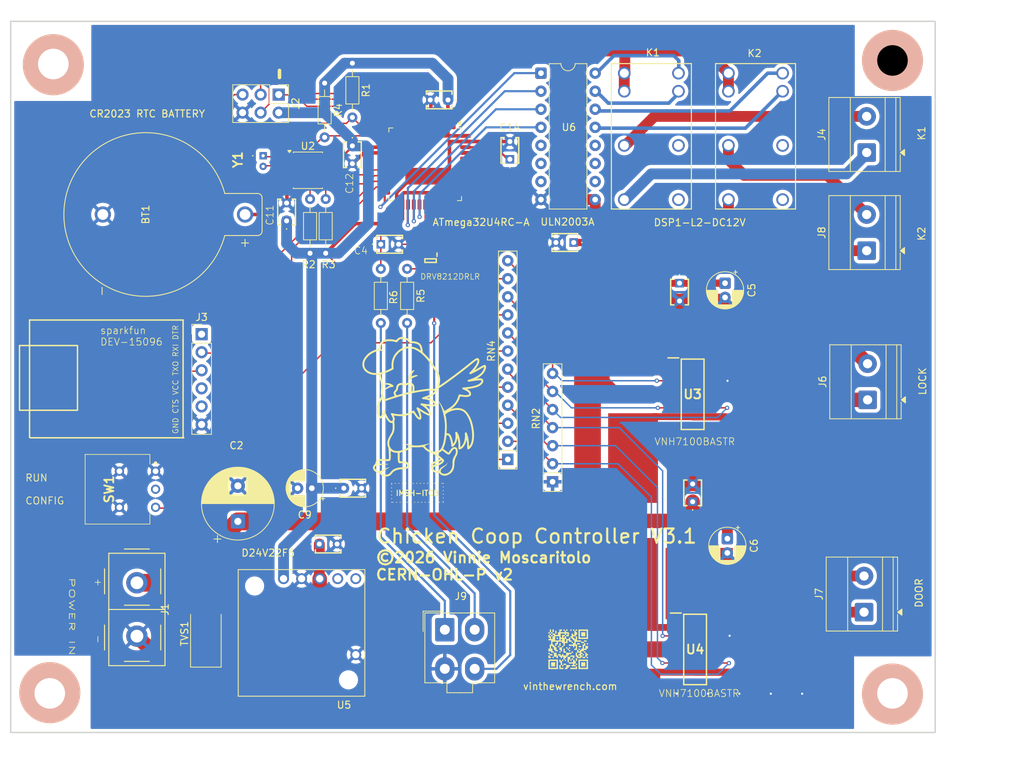
<source format=kicad_pcb>
(kicad_pcb (version 20241229) (generator "pcbnew") (generator_version "9.0")
  (layers (0 "F.Cu" signal) (2 "B.Cu" signal) (13 "F.Paste" user) (15 "B.Paste" user) (5 "F.SilkS" user "F.Silkscreen") (7 "B.SilkS" user "B.Silkscreen") (1 "F.Mask" user) (3 "B.Mask" user) (25 "Edge.Cuts" user))
  (net 0 "")
  (net 1 "Net-(J6-Pin_1)")
  (net 2 "+5V")
  (net 3 "Net-(J4-Pin_1)")
  (net 4 "Net-(IC1-OUT2)")
  (net 5 "Net-(K1-RESET)")
  (net 9 "/LED2")
  (net 10 "/LED1")
  (net 11 "/MOSI")
  (net 12 "/SDA")
  (net 14 "/CONFIG_SW")
  (net 15 "/SCL")
  (net 17 "/MISO")
  (net 19 "/{slash}RESET")
  (net 22 "/SCK")
  (net 24 "/RXD")
  (net 25 "Net-(J4-Pin_2)")
  (net 28 "/RTC_INT")
  (net 31 "/TXD")
  (net 32 "/LOCK_INA")
  (net 33 "/DOOR_INA")
  (net 34 "/LOCK_EN")
  (net 36 "/DOOR_EN")
  (net 37 "/DOOR_INB")
  (net 38 "/DOOR_SW")
  (net 39 "Net-(U2-VBAT)")
  (net 40 "Net-(J8-Pin_1)")
  (net 41 "Net-(J8-Pin_2)")
  (net 42 "GND")
  (net 43 "Net-(U2-OSCO)")
  (net 44 "Net-(U2-OSCI)")
  (net 46 "/LOCK_EXTEND")
  (net 47 "/DOOR_RETRACT")
  (net 48 "/DOOR_EXTEND")
  (net 50 "/LOCK_INB")
  (net 53 "+12V")
  (net 54 "Net-(K1-SET)")
  (net 57 "Net-(K2-RESET)")
  (net 58 "Net-(K2-SET)")
  (net 59 "/K1 SET")
  (net 60 "/K1 RESET")
  (net 61 "/K2 RESET")
  (net 62 "/K2 SET")
  (net 71 "Net-(RN2-R5)")
  (net 72 "Net-(RN2-R2)")
  (net 73 "Net-(RN2-R4)")
  (net 74 "Net-(RN2-R6)")
  (net 75 "Net-(RN2-R3)")
  (net 76 "Net-(RN2-R1)")
  (net 77 "Net-(U1-AREF)")
  (net 78 "Net-(IC1-OUT1)")
  (net 79 "Net-(J9-Pin_2)")
  (net 80 "Net-(J9-Pin_1)")
  (footprint "keystone 1066:BAT_1066" (layer "F.Cu") (at 71.0875 52.6625 90)
    (property "Reference" "BT1")
    (property "Value" "1066")
  )
  (footprint "MountingHole:MountingHole_4.3mm_M4_ISO7380" (layer "F.Cu") (at 176 120)
    (property "Reference" "REF**" (hide yes))
    (property "Value" "MountingHole_4.3mm_M4_ISO7380" (hide yes))
  )
  (footprint "Resistor_THT:R_Axial_DIN0204_L3.6mm_D1.6mm_P7.62mm_Horizontal" (layer "F.Cu") (at 96.15 34.19 -90)
    (property "Reference" "R4")
    (property "Value" "10K")
  )
  (footprint "VNH7100BASTR:SOIC127P600X175-16N" (layer "F.Cu") (at 148.243 113.825)
    (property "Reference" "U4")
    (property "Value" "VNH7100BASTR")
  )
  (footprint "Capacitor_THT:CP_Radial_D5.0mm_P2.00mm" (layer "F.Cu") (at 152.455 62.32 -90)
    (property "Reference" "C5")
    (property "Value" "47uf")
  )
  (footprint "TerminalBlock_Phoenix:TerminalBlock_Phoenix_MKDS-1,5-2-5.08_1x02_P5.08mm_Horizontal" (layer "F.Cu") (at 172.37 43.95 90)
    (property "Reference" "J4")
    (property "Value" "K1")
  )
  (footprint "Resistor_THT:R_Array_SIP7" (layer "F.Cu") (at 128.2 90.25 90)
    (property "Reference" "RN2")
    (property "Value" "100K")
  )
  (footprint "Connector_PinHeader_2.54mm:PinHeader_1x06_P2.54mm_Vertical" (layer "F.Cu") (at 78.85 69.49)
    (property "Reference" "J3")
    (property "Value" "Serial port")
  )
  (footprint "RCER71H104K0DBH03A:RCER71H104K0DBH03A" (layer "F.Cu") (at 131.17 56.6 180)
    (property "Reference" "C1" (hide yes))
    (property "Value" ".1uf" (hide yes))
  )
  (footprint "D24V22F5:MODULE_5V_2.5A_STEP-DOWN_D24V22F5" (layer "F.Cu") (at 92.9 111.5 180)
    (property "Reference" "U5")
    (property "Value" "D24V22F5")
  )
  (footprint "RCER71H104K0DBH03A:RCER71H104K0DBH03A" (layer "F.Cu") (at 98.85 91.15)
    (property "Reference" "C10" (hide yes))
    (property "Value" ".1uf" (hide yes))
  )
  (footprint "RCER71H104K0DBH03A:RCER71H104K0DBH03A" (layer "F.Cu") (at 90.800101 53.549899 90)
    (property "Reference" "C11")
    (property "Value" ".1uf" (hide yes))
  )
  (footprint "Resistor_THT:R_Axial_DIN0204_L3.6mm_D1.6mm_P7.62mm_Horizontal" (layer "F.Cu") (at 96.300101 58.109899 90)
    (property "Reference" "R3")
    (property "Value" "4.7K" (hide yes))
  )
  (footprint "Resistor_THT:R_Array_SIP12" (layer "F.Cu") (at 121.9 87.1 90)
    (property "Reference" "RN4")
    (property "Value" "1K")
  )
  (footprint "Resistor_THT:R_Axial_DIN0204_L3.6mm_D1.6mm_P7.62mm_Horizontal" (layer "F.Cu") (at 104.05 60.3 -90)
    (property "Reference" "R6")
    (property "Value" "220Ω")
  )
  (footprint "Connector_PinHeader_2.54mm:PinHeader_2x03_P2.54mm_Vertical" (layer "F.Cu") (at 89.69 35.8 -90)
    (property "Reference" "J2")
    (property "Value" "AVR-ISP-6")
  )
  (footprint "DSP1-L2-DC12V:DSP1-L2-DC12V" (layer "F.Cu") (at 152.93 32.79)
    (property "Reference" "K2")
    (property "Value" "DSP1-L2-DC12V")
  )
  (footprint "Capacitor_THT:CP_Radial_D10.0mm_P5.00mm" (layer "F.Cu") (at 83.95 95.817677 90)
    (property "Reference" "C2")
    (property "Value" "1000uf" (hide yes))
  )
  (footprint "MountingHole:MountingHole_4.3mm_M4_ISO7380" (layer "F.Cu") (at 176 31)
    (property "Reference" "REF**" (hide yes))
    (property "Value" "MountingHole_4.3mm_M4_ISO7380" (hide yes))
  )
  (footprint "RCER71H104K0DBH03A:RCER71H104K0DBH03A" (layer "F.Cu") (at 146.055 62.32 -90)
    (property "Reference" "C7" (hide yes))
    (property "Value" ".1uf" (hide yes))
  )
  (footprint "MountingHole:MountingHole_4.3mm_M4_ISO7380" (layer "F.Cu") (at 57.5 120)
    (property "Reference" "REF**" (hide yes))
    (property "Value" "MountingHole_4.3mm_M4_ISO7380" (hide yes))
  )
  (footprint "RCER71H104K0DBH03A:RCER71H104K0DBH03A" (layer "F.Cu") (at 100.05 43.0125 -90)
    (property "Reference" "C12")
    (property "Value" ".1uf" (hide yes))
  )
  (footprint "Capacitor_THT:CP_Radial_D5.0mm_P2.00mm" (layer "F.Cu") (at 152.78 98.25 -90)
    (property "Reference" "C6")
    (property "Value" "47uf")
  )
  (footprint "RCER71H104K0DBH03A:RCER71H104K0DBH03A" (layer "F.Cu") (at 104.05 56.85)
    (property "Reference" "C4")
    (property "Value" ".1uf" (hide yes))
  )
  (footprint "Package_SO:SOIC-8_3.9x4.9mm_P1.27mm" (layer "F.Cu") (at 93.800101 46.444899)
    (property "Reference" "U2")
    (property "Value" "PCF8523T")
  )
  (footprint "TerminalBlock_Phoenix:TerminalBlock_Phoenix_MKDS-1,5-2-5.08_1x02_P5.08mm_Horizontal" (layer "F.Cu") (at 172.37 57.75 90)
    (property "Reference" "J8")
    (property "Value" "K2")
  )
  (footprint "RCER71H104K0DBH03A:RCER71H104K0DBH03A" (layer "F.Cu") (at 113.5 36.55 180)
    (property "Reference" "C13" (hide yes))
    (property "Value" ".1uf" (hide yes))
  )
  (footprint "LOGO" (layer "F.Cu") (at 130.4 113.8 180)
    (property "Reference" "G***" (hide yes))
    (property "Value" "LOGO" (hide yes))
  )
  (footprint "VNH7100BASTR:SOIC127P600X175-16N" (layer "F.Cu") (at 147.897 77.945)
    (property "Reference" "U3")
    (property "Value" "VNH7100BASTR")
  )
  (footprint "Resistor_THT:R_Axial_DIN0204_L3.6mm_D1.6mm_P7.62mm_Horizontal" (layer "F.Cu") (at 94.100101 58.109899 90)
    (property "Reference" "R2")
    (property "Value" "4.7k" (hide yes))
  )
  (footprint "DRV8212:SOTFL50P160X60-6N" (layer "F.Cu") (at 111.05 59.15 -90)
    (property "Reference" "IC1" (hide yes))
    (property "Value" "DRV8212DRLR")
  )
  (footprint "Resistor_THT:R_Axial_DIN0204_L3.6mm_D1.6mm_P7.62mm_Horizontal" (layer "F.Cu") (at 100.05 31.39 -90)
    (property "Reference" "R1")
    (property "Value" "10K")
  )
  (footprint "Diode_SMD:D_SMB_Handsoldering" (layer "F.Cu") (at 79.45 111.6 90)
    (property "Reference" "TVS1")
    (property "Value" "P6SMB18A")
  )
  (footprint "RCER71H104K0DBH03A:RCER71H104K0DBH03A" (layer "F.Cu") (at 95.4 99)
    (property "Reference" "C3" (hide yes))
    (property "Value" ".1uf" (hide yes))
  )
  (footprint "AARDVARK:chick" (layer "F.Cu") (at 109.484846 89.366465)
    (property "Reference" "REF**" (hide yes))
    (property "Value" "chick" (hide yes))
  )
  (footprint "TerminalBlock_Phoenix:TerminalBlock_Phoenix_MKDS-1,5-2-5.08_1x02_P5.08mm_Horizontal" (layer "F.Cu") (at 172 108.58 90)
    (property "Reference" "J7")
    (property "Value" "DOOR")
  )
  (footprint "Connector_Molex:Molex_Mini-Fit_Jr_5566-04A_2x02_P4.20mm_Vertical" (layer "F.Cu") (at 113.05 111.05)
    (property "Reference" "J9")
    (property "Value" "Mini‑Fit Jr")
  )
  (footprint "Package_QFP:TQFP-44_10x10mm_P0.8mm" (layer "F.Cu") (at 110.2875 45.6 -90)
    (property "Reference" "U1" (hide yes))
    (property "Value" "ATmega32U4RC-A")
  )
  (footprint "powerpole:powerpole" (layer "F.Cu") (at 69.75 108.2 -90)
    (property "Reference" "J1")
    (property "Value" "Power Pole" (hide yes))
  )
  (footprint "TerminalBlock_Phoenix:TerminalBlock_Phoenix_MKDS-1,5-2-5.08_1x02_P5.08mm_Horizontal" (layer "F.Cu") (at 172.5 78.725 90)
    (property "Reference" "J6")
    (property "Value" "LOCK")
  )
  (footprint "AS11CH SLIDE SW:AS11CH" (layer "F.Cu") (at 72.375 88.76 -90)
    (property "Reference" "SW1")
    (property "Value" "SW_SPST" (hide yes))
  )
  (footprint "MountingHole:MountingHole_4.3mm_M4_ISO7380" (layer "F.Cu") (at 58 31.5)
    (property "Reference" "REF**" (hide yes))
    (property "Value" "MountingHole_4.3mm_M4_ISO7380" (hide yes))
  )
  (footprint "AB26T-32.768KHZ:AB26T32768KHZ" (layer "F.Cu") (at 87.500101 44.399899 -90)
    (property "Reference" "Y1")
    (property "Value" "AB26T-32.768KHZ" (hide yes))
  )
  (footprint "RCER71H104K0DBH03A:RCER71H104K0DBH03A" (layer "F.Cu") (at 147.9 93.05 90)
    (property "Reference" "C8" (hide yes))
    (property "Value" ".1uf" (hide yes))
  )
  (footprint "RCER71H104K0DBH03A:RCER71H104K0DBH03A" (layer "F.Cu") (at 122.2 44.9 90)
    (property "Reference" "C14")
    (property "Value" ".1uf" (hide yes))
  )
  (footprint "Package_DIP:DIP-16_W7.62mm" (layer "F.Cu") (at 126.5696 32.7856)
    (property "Reference" "U6")
    (property "Value" "ULN2003A")
  )
  (footprint "Resistor_THT:R_Axial_DIN0204_L3.6mm_D1.6mm_P7.62mm_Horizontal" (layer "F.Cu") (at 107.75 60.3 -90)
    (property "Reference" "R5")
    (property "Value" "240Ω")
  )
  (footprint "DSP1-L2-DC12V:DSP1-L2-DC12V" (layer "F.Cu") (at 138.2839 32.79)
    (property "Reference" "K1")
    (property "Value" "DSP1-L2-DC12V")
  )
  (footprint "Capacitor_THT:CP_Radial_D5.0mm_P2.00mm" (layer "F.Cu") (at 94.35 91.15 180)
    (property "Reference" "C9")
    (property "Value" "47uf")
  )
  (gr_rect (start 144.5 82.15) (end 151.3 91.45) (stroke (width 0.2)) (fill yes) (layer "F.Cu") (net 42))
  (gr_rect (start 142.145 110.35) (end 144.46 111.11) (stroke (width 0.2)) (fill yes) (layer "F.Cu") (net 48))
  (gr_rect (start 154.6125 73.13) (end 156.05 75.17) (stroke (width 0.2)) (fill yes) (layer "F.Cu") (net 46))
  (gr_rect (start 134.84 116.64) (end 143.245 122.1875) (stroke (width 0.2)) (fill yes) (layer "F.Cu") (net 47))
  (gr_rect (start 136.11 112.785) (end 149.5175 114.84) (stroke (width 0.2)) (fill yes) (layer "F.Cu") (net 53))
  (gr_rect (start 144.65 74.4) (end 155.975 75.17) (stroke (width 0.2)) (fill yes) (layer "F.Cu") (net 46))
  (gr_rect (start 136.115 80.71) (end 142.92 93.115) (stroke (width 0.2)) (fill yes) (layer "F.Cu") (net 1))
  (gr_rect (start 144.2 99.65) (end 153.45 109.5) (stroke (width 0.2)) (fill yes) (layer "F.Cu") (net 42))
  (gr_rect (start 144.135 74.41) (end 152.095 75.18) (stroke (width 0.2)) (fill yes) (layer "F.Cu") (net 46))
  (gr_rect (start 142.315 80.71) (end 144.63 81.47) (stroke (width 0.2)) (fill yes) (layer "F.Cu") (net 1))
  (gr_rect (start 156.8375 74.97) (end 163.7825 81.52) (stroke (width 0.2)) (fill yes) (layer "F.Cu") (net 1))
  (gr_poly (pts (xy 136.1375 61.92) (xy 131.375 61.875) (xy 131.35 78.825) (xy 136.1275 78.91)) (stroke (width 0.2)) (fill yes) (layer "F.Cu") (net 53))
  (gr_rect (start 142.64 116.64) (end 144.955 117.4) (stroke (width 0.2)) (fill yes) (layer "F.Cu") (net 47))
  (gr_rect (start 148.88 114.20875) (end 151.68 114.84) (stroke (width 0.2)) (fill yes) (layer "F.Cu") (net 53))
  (gr_rect (start 144.955 116.64) (end 152.915 117.41) (stroke (width 0.2)) (fill yes) (layer "F.Cu") (net 47))
  (gr_rect (start 148.555 78.27875) (end 151.355 78.91) (stroke (width 0.2)) (fill yes) (layer "F.Cu") (net 53))
  (gr_rect (start 136.1275 77.017011) (end 149.085 78.91) (stroke (width 0.2)) (fill yes) (layer "F.Cu") (net 53))
  (gr_rect (start 155.07 109.28) (end 156.5 111.11) (stroke (width 0.2)) (fill yes) (layer "F.Cu") (net 48))
  (gr_rect (start 154.62 63.57) (end 163.305 73.13) (stroke (width 0.2)) (fill yes) (layer "F.Cu") (net 46))
  (gr_rect (start 144.46 110.34) (end 155.785 111.11) (stroke (width 0.2)) (fill yes) (layer "F.Cu") (net 48))
  (gr_poly (pts (xy 135.445 75.13) (xy 138.445 78.13) (xy 135.9825 78.13) (xy 135.785 77.9325) (xy 135.785 75.15) (xy 135.765 75.13)) (stroke (width 0.2)) (fill yes) (layer "F.Cu") (net 53))
  (gr_rect (start 147.8125 80.73) (end 163.7825 81.52) (stroke (width 0.2)) (fill yes) (layer "F.Cu") (net 1))
  (gr_rect (start 155.07 99.72) (end 163.755 109.28) (stroke (width 0.2)) (fill yes) (layer "F.Cu") (net 48))
  (gr_rect (start 137.21 98.25) (end 142.82 111.11) (stroke (width 0.2)) (fill yes) (layer "F.Cu") (net 48))
  (gr_rect (start 144.63 80.71) (end 152.59 81.48) (stroke (width 0.2)) (fill yes) (layer "F.Cu") (net 1))
  (gr_rect (start 148.1925 116.63) (end 164.2325 117.41) (stroke (width 0.2)) (fill yes) (layer "F.Cu") (net 47))
  (gr_rect (start 107.85 46.2) (end 113.7 48.25) (stroke (width 0.2)) (fill yes) (layer "F.Cu") (net 42))
  (gr_rect (start 137.935 65.22) (end 142.495 75.18) (stroke (width 0.2)) (fill yes) (layer "F.Cu") (net 46))
  (gr_rect (start 157.3275 111.005) (end 164.2725 117.405) (stroke (width 0.2)) (fill yes) (layer "F.Cu") (net 47))
  (gr_rect (start 143.6 63.9) (end 153.05 73.55) (stroke (width 0.2)) (fill yes) (layer "F.Cu") (net 42))
  (gr_rect (start 144.85 118.25) (end 164.35 122.25) (stroke (width 0.2)) (fill yes) (layer "F.Cu") (net 42))
  (gr_rect (start 141.82 74.42) (end 144.135 75.18) (stroke (width 0.2)) (fill yes) (layer "F.Cu") (net 46))
  (gr_poly (pts (xy 136.2 96.7) (xy 131.4 96.55) (xy 131.39388 97.77) (xy 131.3 114.9) (xy 136.11 114.84)) (stroke (width 0.2)) (fill yes) (layer "F.Cu") (net 53))
  (gr_circle (center 57.5 119.9) (end 61.7 119.9) (stroke (width 0.2)) (fill yes) (layer "F.SilkS"))
  (gr_line (start 54.655 67.5) (end 76.245 67.5) (stroke (width 0.2032)) (layer "F.SilkS"))
  (gr_line (start 89.8 32.4) (end 89.8 33.4) (stroke (width 0.5)) (layer "F.SilkS"))
  (gr_circle (center 176 120.1) (end 180.2 120.1) (stroke (width 0.2)) (fill yes) (layer "F.SilkS"))
  (gr_line (start 76.3401 84.062) (end 54.7501 84.062) (stroke (width 0.2032)) (layer "F.SilkS"))
  (gr_line (start 76.245 67.5) (end 76.245 84.01) (stroke (width 0.2032)) (layer "F.SilkS"))
  (gr_circle (center 58 31.6) (end 62.2 31.6) (stroke (width 0.2)) (fill yes) (layer "F.SilkS"))
  (gr_line (start 54.655 84.01) (end 54.655 67.5) (stroke (width 0.2032)) (layer "F.SilkS"))
  (gr_circle (center 176 31) (end 180.2 31) (stroke (width 0.2)) (fill yes) (layer "F.SilkS"))
  (gr_rect (start 53.244 71.089) (end 61.394 80.189) (stroke (width 0.2)) (fill no) (layer "F.SilkS"))
  (gr_circle (center 176 31) (end 180.2 31) (stroke (width 0.2)) (fill yes) (layer "B.SilkS"))
  (gr_circle (center 58 31.6) (end 62.2 31.6) (stroke (width 0.2)) (fill yes) (layer "B.SilkS"))
  (gr_circle (center 57.5 119.9) (end 61.7 119.9) (stroke (width 0.2)) (fill yes) (layer "B.SilkS"))
  (gr_circle (center 176 120.1) (end 180.2 120.1) (stroke (width 0.2)) (fill yes) (layer "B.SilkS"))
  (gr_rect (start 52 25.5) (end 182 125.5) (stroke (width 0.2)) (fill no) (layer "Edge.Cuts"))
  (gr_text "sparkfun\nDEV-15096 " (at 64.5401 71.162 0) (layer "F.SilkS") (effects (font (size 1 1) (thickness 0.1)) (justify left bottom)))
  (gr_text "vinthewrench.com" (at 137.4 119.6 0) (layer "F.SilkS") (effects (font (size 1 1)) (justify right bottom)))
  (gr_text "POWER IN" (at 60.15 103.6 270) (layer "F.SilkS") (effects (font (size 0.7634 1.5) (thickness 0.1016)) (justify left bottom)))
  (gr_text "RUN\n\nCONFIG" (at 54 93.5 0) (layer "F.SilkS") (effects (font (size 1 1) (thickness 0.125)) (justify left bottom)))
  (gr_text "GND CTS VCC TXO RXI DTR" (at 75.6301 75.862 90) (layer "F.SilkS") (effects (font (size 0.75 0.75) (thickness 0.09)) (justify bottom)))
  (gr_text "Chicken Coop Controller V3.1" (at 148.652385 99.07 0) (layer "F.SilkS") (effects (font (size 2 2) (thickness 0.3) (bold yes)) (justify right bottom)))
  (gr_text "©2026 Vinnie Moscaritolo\nCERN-OHL-P v2\n" (at 103.2 104.2 0) (layer "F.SilkS") (effects (font (size 1.5 1.5) (thickness 0.3) (bold yes)) (justify left bottom)))
  (gr_text_box "IMSH-ITCB " (start 105.572851 90.46889) (end 112.82715 93.13111) (margins 1.0025 1.0025 1.0025 1.0025) (layer "F.SilkS") (effects (font (size 0.746 0.746) (thickness 0.15) (bold yes)) (justify top)) (border yes) (stroke (width 0.12) (type dot)))
  (segment (start 172.5 78.725) (end 160.79 78.725) (width 2.032) (layer "F.Cu") (net 1))
  (segment (start 160.79 78.725) (end 160.31 78.245) (width 2.032) (layer "F.Cu") (net 1))
  (segment (start 104.7 61.85) (end 100.040202 61.85) (width 0.2) (layer "F.Cu") (net 2))
  (segment (start 107.0875 53.3) (end 106.4375 53.95) (width 0.5) (layer "F.Cu") (net 2))
  (segment (start 113.4875 41.5875) (end 113.5 41.6) (width 0.5) (layer "F.Cu") (net 2))
  (segment (start 111.85 41.6) (end 110.25 43.2) (width 0.5) (layer "F.Cu") (net 2))
  (segment (start 100.040202 61.85) (end 96.300101 58.109899) (width 0.2) (layer "F.Cu") (net 2))
  (segment (start 107.0875 49.8125) (end 107.0875 51.2625) (width 0.5) (layer "F.Cu") (net 2))
  (segment (start 106.4375 53.95) (end 100.5 53.95) (width 0.5) (layer "F.Cu") (net 2))
  (segment (start 114.1 41.6) (end 115.95 41.6) (width 0.5) (layer "F.Cu") (net 2))
  (segment (start 111.05 59.4) (end 110.65 59) (width 0.2) (layer "F.Cu") (net 2))
  (segment (start 100.1375 43.0125) (end 100.325 43.2) (width 0.5) (layer "F.Cu") (net 2))
  (segment (start 114.1 41.6) (end 111.85 41.6) (width 0.5) (layer "F.Cu") (net 2))
  (segment (start 113.4875 39.9375) (end 113.4875 41.5875) (width 0.5) (layer "F.Cu") (net 2))
  (segment (start 106.05 60.5) (end 104.7 61.85) (width 0.2) (layer "F.Cu") (net 2))
  (segment (start 107.3 49.6) (end 107.0875 49.8125) (width 0.5) (layer "F.Cu") (net 2))
  (segment (start 113.4875 36.5625) (end 113.5 36.55) (width 0.5) (layer "F.Cu") (net 2))
  (segment (start 106.05 59) (end 106.05 60.5) (width 0.2) (layer "F.Cu") (net 2))
  (segment (start 110.25 43.2) (end 104.625 43.2) (width 0.5) (layer "F.Cu") (net 2))
  (segment (start 98.610101 44.539899) (end 100.1375 43.0125) (width 0.3) (layer "F.Cu") (net 2))
  (segment (start 100.41 54) (end 96.300101 58.109899) (width 0.5) (layer "F.Cu") (net 2))
  (segment (start 100.45 54) (end 100.41 54) (width 0.5) (layer "F.Cu") (net 2))
  (segment (start 96.275101 44.539899) (end 98.610101 44.539899) (width 0.3) (layer "F.Cu") (net 2))
  (segment (start 100.5 53.95) (end 100.45 54) (width 0.5) (layer "F.Cu") (net 2))
  (segment (start 107.0875 51.2625) (end 107.0875 53.3) (width 0.5) (layer "F.Cu") (net 2))
  (segment (start 113.4875 39.9375) (end 113.4875 36.5625) (width 0.5) (layer "F.Cu") (net 2))
  (segment (start 100.325 43.2) (end 104.625 43.2) (width 0.5) (layer "F.Cu") (net 2))
  (segment (start 110.65 59) (end 106.05 59) (width 0.2) (layer "F.Cu") (net 2))
  (segment (start 113.5 41.6) (end 114.1 41.6) (width 0.5) (layer "F.Cu") (net 2))
  (segment (start 111.05 59.988) (end 111.05 59.4) (width 0.2) (layer "F.Cu") (net 2))
  (segment (start 115.95 49.6) (end 107.3 49.6) (width 0.5) (layer "F.Cu") (net 2))
  (segment (start 92.159899 58.109899) (end 90.800101 56.750101) (width 1.524) (layer "B.Cu") (net 2))
  (segment (start 94.35 91.15) (end 94.35 58.359798) (width 1.524) (layer "B.Cu") (net 2))
  (segment (start 98.1 58.109899) (end 92.159899 58.109899) (width 1.524) (layer "B.Cu") (net 2))
  (segment (start 96.15 34.19) (end 96.15 38.35) (width 1.524) (layer "B.Cu") (net 2))
  (segment (start 101.9125 43.0125) (end 100.05 43.0125) (width 1.524) (layer "B.Cu") (net 2))
  (segment (start 100.05 31.39) (end 98.95 31.39) (width 1.524) (layer "B.Cu") (net 2))
  (segment (start 102.3 43.4) (end 101.9125 43.0125) (width 1.524) (layer "B.Cu") (net 2))
  (segment (start 113.5 33.6) (end 113.5 36.55) (width 1.524) (layer "B.Cu") (net 2))
  (segment (start 90.37 99.43) (end 90.37 103.87) (width 1.524) (layer "B.Cu") (net 2))
  (segment (start 94.35 95.45) (end 90.37 99.43) (width 1.524) (layer "B.Cu") (net 2))
  (segment (start 111.29 31.39) (end 113.5 33.6) (width 1.524) (layer "B.Cu") (net 2))
  (segment (start 98.95 31.39) (end 96.15 34.19) (width 1.524) (layer "B.Cu") (net 2))
  (segment (start 100.05 31.39) (end 111.29 31.39) (width 1.524) (layer "B.Cu") (net 2))
  (segment (start 94.35 58.359798) (end 94.100101 58.109899) (width 1.524) (layer "B.Cu") (net 2))
  (segment (start 94.35 91.15) (end 94.35 95.45) (width 1.524) (layer "B.Cu") (net 2))
  (segment (start 100.05 43.0125) (end 100.05 42.25) (width 1.524) (layer "B.Cu") (net 2))
  (segment (start 94.35 91.15) (end 98.85 91.15) (width 1.524) (layer "B.Cu") (net 2))
  (segment (start 100.05 42.25) (end 96.15 38.35) (width 1.524) (layer "B.Cu") (net 2))
  (segment (start 90.800101 56.750101) (end 90.800101 53.549899) (width 1.524) (layer "B.Cu") (net 2))
  (segment (start 89.7 38.35) (end 95.9 38.35) (width 1.524) (layer "B.Cu") (net 2))
  (segment (start 102.3 43.4) (end 102.3 53.909899) (width 1.524) (layer "B.Cu") (net 2))
  (segment (start 102.3 53.909899) (end 98.1 58.109899) (width 1.524) (layer "B.Cu") (net 2))
  (segment (start 169.55 46.95) (end 172.5 44) (width 1.524) (layer "B.Cu") (net 3))
  (segment (start 142.0839 46.95) (end 169.55 46.95) (width 1.524) (layer "B.Cu") (net 3))
  (segment (start 138.2839 50.57) (end 138.4639 50.57) (width 1.524) (layer "B.Cu") (net 3))
  (segment (start 138.4639 50.57) (end 142.0839 46.95) (width 1.524) (layer "B.Cu") (net 3))
  (segment (start 107.95 60.3) (end 110.238 60.3) (width 0.2) (layer "F.Cu") (net 4))
  (segment (start 110.238 60.3) (end 110.55 59.988) (width 0.2) (layer "F.Cu") (net 4))
  (segment (start 134.3557 35.3256) (end 136.0301 37) (width 0.5) (layer "B.Cu") (net 5))
  (segment (start 134.1896 35.3256) (end 134.3557 35.3256) (width 0.5) (layer "B.Cu") (net 5))
  (segment (start 136.0301 37) (end 144.55 37) (width 0.5) (layer "B.Cu") (net 5))
  (segment (start 144.55 37) (end 146.145 35.405) (width 0.5) (layer "B.Cu") (net 5))
  (segment (start 111.8875 57.9745) (end 111.55 58.312) (width 0.2) (layer "F.Cu") (net 9))
  (segment (start 111.8875 51.2625) (end 111.8875 57.9745) (width 0.2) (layer "F.Cu") (net 9))
  (segment (start 111.05 51.3) (end 111.0875 51.2625) (width 0.2) (layer "F.Cu") (net 10))
  (segment (start 111.05 58.312) (end 111.05 51.3) (width 0.2) (layer "F.Cu") (net 10))
  (segment (start 107.0875 36.7875) (end 106.75 36.45) (width 0.2) (layer "F.Cu") (net 11))
  (segment (start 93.95 36.45) (end 91.64 34.14) (width 0.2) (layer "F.Cu") (net 11))
  (segment (start 88.37 37.12) (end 87.15 38.34) (width 0.2) (layer "F.Cu") (net 11))
  (segment (start 88.37 34.14) (end 88.37 37.12) (width 0.2) (layer "F.Cu") (net 11))
  (segment (start 107.0875 39.9375) (end 107.0875 36.7875) (width 0.2) (layer "F.Cu") (net 11))
  (segment (start 106.75 36.45) (end 93.95 36.45) (width 0.2) (layer "F.Cu") (net 11))
  (segment (start 91.64 34.14) (end 88.37 34.14) (width 0.2) (layer "F.Cu") (net 11))
  (segment (start 96.300101 50.489899) (end 96.300101 48.374899) (width 0.2) (layer "F.Cu") (net 12))
  (segment (start 103.15 47.2) (end 104.625 47.2) (width 0.2) (layer "F.Cu") (net 12))
  (segment (start 104.625 47.2) (end 104.475 47.2) (width 0.2) (layer "F.Cu") (net 12))
  (segment (start 104.475 47.2) (end 104.4625 47.2125) (width 0.2) (layer "F.Cu") (net 12))
  (segment (start 104.5075 47.3175) (end 104.625 47.2) (width 0.2) (layer "F.Cu") (net 12))
  (segment (start 102.000101 48.349899) (end 103.15 47.2) (width 0.2) (layer "F.Cu") (net 12))
  (segment (start 96.300101 48.374899) (end 96.275101 48.349899) (width 0.2) (layer "F.Cu") (net 12))
  (segment (start 96.275101 48.349899) (end 102.000101 48.349899) (width 0.2) (layer "F.Cu") (net 12))
  (segment (start 72.375 93.84) (end 72.485 93.95) (width 0.2) (layer "F.Cu") (net 14))
  (segment (start 72.485 93.95) (end 74.1 93.95) (width 0.2) (layer "F.Cu") (net 14))
  (segment (start 111.1 70.7) (end 112.6875 69.1125) (width 0.2) (layer "F.Cu") (net 14))
  (segment (start 112.6875 69.1125) (end 112.6875 51.2625) (width 0.2) (layer "F.Cu") (net 14))
  (segment (start 74.1 93.95) (end 97.35 70.7) (width 0.2) (layer "F.Cu") (net 14))
  (segment (start 97.35 70.7) (end 111.1 70.7) (width 0.2) (layer "F.Cu") (net 14))
  (segment (start 104.625 46.4) (end 102.6 46.4) (width 0.2) (layer "F.Cu") (net 15))
  (segment (start 101.920101 47.079899) (end 96.275101 47.079899) (width 0.2) (layer "F.Cu") (net 15))
  (segment (start 102.6 46.4) (end 101.920101 47.079899) (width 0.2) (layer "F.Cu") (net 15))
  (segment (start 94.100101 48.099899) (end 95.120101 47.079899) (width 0.2) (layer "F.Cu") (net 15))
  (segment (start 94.100101 50.489899) (end 94.100101 48.099899) (width 0.2) (layer "F.Cu") (net 15))
  (segment (start 95.120101 47.079899) (end 96.275101 47.079899) (width 0.2) (layer "F.Cu") (net 15))
  (segment (start 106.2875 37.9875) (end 105.75 37.45) (width 0.2) (layer "F.Cu") (net 17))
  (segment (start 105.75 37.45) (end 93.65 37.45) (width 0.2) (layer "F.Cu") (net 17))
  (segment (start 106.2875 39.9375) (end 106.2875 37.9875) (width 0.2) (layer "F.Cu") (net 17))
  (segment (start 93.65 37.45) (end 92.04 35.84) (width 0.2) (layer "F.Cu") (net 17))
  (segment (start 92.04 35.84) (end 90.21 35.84) (width 0.2) (layer "F.Cu") (net 17))
  (segment (start 90.21 35.84) (end 89.7 36.35) (width 0.2) (layer "F.Cu") (net 17))
  (segment (start 100.05 39.01) (end 99.21 39.85) (width 0.2) (layer "F.Cu") (net 19))
  (segment (start 99.21 39.85) (end 83.53 39.85) (width 0.2) (layer "F.Cu") (net 19))
  (segment (start 82.53 38.85) (end 82.53 36.74) (width 0.2) (layer "F.Cu") (net 19))
  (segment (start 105.7 42.4) (end 105.75 42.35) (width 0.2) (layer "F.Cu") (net 19))
  (segment (start 101.89 40.85) (end 100.05 39.01) (width 0.2) (layer "F.Cu") (net 19))
  (segment (start 105.75 42.35) (end 105.75 41.2) (width 0.2) (layer "F.Cu") (net 19))
  (segment (start 83.53 39.85) (end 82.53 38.85) (width 0.2) (layer "F.Cu") (net 19))
  (segment (start 105.75 41.2) (end 105.4 40.85) (width 0.2) (layer "F.Cu") (net 19))
  (segment (start 105.4 40.85) (end 101.89 40.85) (width 0.2) (layer "F.Cu") (net 19))
  (segment (start 104.625 42.4) (end 105.7 42.4) (width 0.2) (layer "F.Cu") (net 19))
  (segment (start 83.47 35.8) (end 84.61 35.8) (width 0.2) (layer "F.Cu") (net 19))
  (segment (start 82.53 36.74) (end 83.47 35.8) (width 0.2) (layer "F.Cu") (net 19))
  (segment (start 91.65 33.35) (end 87.79 33.35) (width 0.2) (layer "F.Cu") (net 22))
  (segment (start 93.95 35.65) (end 91.65 33.35) (width 0.2) (layer "F.Cu") (net 22))
  (segment (start 107.8875 39.9375) (end 107.8875 36.0875) (width 0.2) (layer "F.Cu") (net 22))
  (segment (start 87.79 33.35) (end 87.15 33.99) (width 0.2) (layer "F.Cu") (net 22))
  (segment (start 107.45 35.65) (end 93.95 35.65) (width 0.2) (layer "F.Cu") (net 22))
  (segment (start 87.15 33.99) (end 87.15 35.8) (width 0.2) (layer "F.Cu") (net 22))
  (segment (start 107.8875 36.0875) (end 107.45 35.65) (width 0.2) (layer "F.Cu") (net 22))
  (segment (start 98.8 52.3) (end 95.75 52.3) (width 0.2) (layer "F.Cu") (net 24))
  (segment (start 76.65 68.9) (end 76.65 74) (width 0.2) (layer "F.Cu") (net 24))
  (segment (start 76.65 74) (end 77.343 74.693) (width 0.2) (layer "F.Cu") (net 24))
  (segment (start 77.343 74.693) (end 79.1299 74.693) (width 0.2) (layer "F.Cu") (net 24))
  (segment (start 95.75 52.3) (end 80.35 67.7) (width 0.2) (layer "F.Cu") (net 24))
  (segment (start 104.625 48) (end 103.1 48) (width 0.2) (layer "F.Cu") (net 24))
  (segment (start 77.85 67.7) (end 76.65 68.9) (width 0.2) (layer "F.Cu") (net 24))
  (segment (start 80.35 67.7) (end 77.85 67.7) (width 0.2) (layer "F.Cu") (net 24))
  (segment (start 103.1 48) (end 98.8 52.3) (width 0.2) (layer "F.Cu") (net 24))
  (segment (start 138.6625 42.72) (end 142.5125 38.87) (width 1.524) (layer "F.Cu") (net 25))
  (segment (start 142.5125 38.87) (end 172.37 38.87) (width 1.524) (layer "F.Cu") (net 25))
  (segment (start 94.450101 43.199899) (end 96.05 41.6) (width 0.2) (layer "F.Cu") (net 28))
  (segment (start 96.05 41.6) (end 104.625 41.6) (width 0.2) (layer "F.Cu") (net 28))
  (segment (start 96.275101 45.809899) (end 94.490101 45.809899) (width 0.2) (layer "F.Cu") (net 28))
  (segment (start 94.450101 45.769899) (end 94.450101 43.199899) (width 0.2) (layer "F.Cu") (net 28))
  (segment (start 94.490101 45.809899) (end 94.450101 45.769899) (width 0.2) (layer "F.Cu") (net 28))
  (segment (start 99.4 52.7849) (end 99.4 52.8) (width 0.2) (layer "F.Cu") (net 31))
  (segment (start 79.1299 72.153) (end 80.397 72.153) (width 0.2) (layer "F.Cu") (net 31))
  (segment (start 99.3349 52.85) (end 99.4 52.7849) (width 0.2) (layer "F.Cu") (net 31))
  (segment (start 103.4 48.8) (end 104.625 48.8) (width 0.2) (layer "F.Cu") (net 31))
  (segment (start 91.5 57.6) (end 96.25 52.85) (width 0.2) (layer "F.Cu") (net 31))
  (segment (start 99.4 52.8) (end 103.4 48.8) (width 0.2) (layer "F.Cu") (net 31))
  (segment (start 91.5 61.05) (end 91.5 57.6) (width 0.2) (layer "F.Cu") (net 31))
  (segment (start 96.25 52.85) (end 99.3349 52.85) (width 0.2) (layer "F.Cu") (net 31))
  (segment (start 80.397 72.153) (end 91.5 61.05) (width 0.2) (layer "F.Cu") (net 31))
  (segment (start 120.2 46.4) (end 117.8 44) (width 0.2) (layer "F.Cu") (net 32))
  (segment (start 120.64 61.7) (end 120.3 61.36) (width 0.2) (layer "F.Cu") (net 32))
  (segment (start 121.9 61.7) (end 120.64 61.7) (width 0.2) (layer "F.Cu") (net 32))
  (segment (start 120.64 61.7) (end 120.2 61.26) (width 0.2) (layer "F.Cu") (net 32))
  (segment (start 120.2 61.26) (end 120.2 46.4) (width 0.2) (layer "F.Cu") (net 32))
  (segment (start 117.8 44) (end 115.95 44) (width 0.2) (layer "F.Cu") (net 32))
  (segment (start 119.08 76.94) (end 121.9 76.94) (width 0.2) (layer "F.Cu") (net 33))
  (segment (start 118.6 76.46) (end 119.08 76.94) (width 0.2) (layer "F.Cu") (net 33))
  (segment (start 115.95 46.4) (end 117.3 46.4) (width 0.2) (layer "F.Cu") (net 33))
  (segment (start 118.6 47.7) (end 118.6 76.46) (width 0.2) (layer "F.Cu") (net 33))
  (segment (start 117.3 46.4) (end 118.6 47.7) (width 0.2) (layer "F.Cu") (net 33))
  (segment (start 115.95 45.6) (end 117.5 45.6) (width 0.2) (layer "F.Cu") (net 34))
  (segment (start 120.3 71.86) (end 121.9 71.86) (width 0.2) (layer "F.Cu") (net 34))
  (segment (start 117.5 45.6) (end 119.1 47.2) (width 0.2) (layer "F.Cu") (net 34))
  (segment (start 119.1 47.2) (end 119.1 70.66) (width 0.2) (layer "F.Cu") (net 34))
  (segment (start 119.1 70.66) (end 120.3 71.86) (width 0.2) (layer "F.Cu") (net 34))
  (segment (start 117.2 48) (end 117.6 48.4) (width 0.2) (layer "F.Cu") (net 36))
  (segment (start 118.14 87.1) (end 121.9 87.1) (width 0.2) (layer "F.Cu") (net 36))
  (segment (start 117.6 48.4) (end 117.6 86.56) (width 0.2) (layer "F.Cu") (net 36))
  (segment (start 117.6 86.56) (end 118.14 87.1) (width 0.2) (layer "F.Cu") (net 36))
  (segment (start 117.7 86.66) (end 118.14 87.1) (width 0.2) (layer "F.Cu") (net 36))
  (segment (start 115.95 48) (end 117.2 48) (width 0.2) (layer "F.Cu") (net 36))
  (segment (start 121.9 82.02) (end 118.66 82.02) (width 0.2) (layer "F.Cu") (net 37))
  (segment (start 118.1 81.46) (end 118.1 48.1) (width 0.2) (layer "F.Cu") (net 37))
  (segment (start 117.2 47.2) (end 115.95 47.2) (width 0.2) (layer "F.Cu") (net 37))
  (segment (start 118.1 48.1) (end 117.2 47.2) (width 0.2) (layer "F.Cu") (net 37))
  (segment (start 118.1 81.46) (end 118.66 82.02) (width 0.2) (layer "F.Cu") (net 37))
  (segment (start 104.25 55.25) (end 109.6 55.25) (width 0.2) (layer "F.Cu") (net 38))
  (segment (start 104.05 60.39) (end 104.05 56.85) (width 0.2) (layer "F.Cu") (net 38))
  (segment (start 104.05 56.85) (end 104.05 55.45) (width 0.2) (layer "F.Cu") (net 38))
  (segment (start 110.2875 54.5625) (end 110.2875 51.2625) (width 0.2) (layer "F.Cu") (net 38))
  (segment (start 104.05 55.45) (end 104.25 55.25) (width 0.2) (layer "F.Cu") (net 38))
  (segment (start 109.6 55.25) (end 110.2875 54.5625) (width 0.2) (layer "F.Cu") (net 38))
  (segment (start 89.3 47.1) (end 91.305 47.1) (width 0.5) (layer "F.Cu") (net 39))
  (segment (start 84.9575 52.6625) (end 86.8875 52.6625) (width 0.5) (layer "F.Cu") (net 39))
  (segment (start 87.85 48.55) (end 89.3 47.1) (width 0.5) (layer "F.Cu") (net 39))
  (segment (start 87.85 51.7) (end 87.85 48.55) (width 0.5) (layer "F.Cu") (net 39))
  (segment (start 86.8875 52.6625) (end 87.85 51.7) (width 0.5) (layer "F.Cu") (net 39))
  (segment (start 91.305 47.1) (end 91.325101 47.079899) (width 0.5) (layer "F.Cu") (net 39))
  (segment (start 152.93 52.5575) (end 158.1225 57.75) (width 1.524) (layer "F.Cu") (net 40))
  (segment (start 152.93 50.57) (end 152.93 52.5575) (width 1.524) (layer "F.Cu") (net 40))
  (segment (start 158.1225 57.75) (end 172.37 57.75) (width 1.524) (layer "F.Cu") (net 40))
  (segment (start 166.85 47.15) (end 172.37 52.67) (width 1.524) (layer "F.Cu") (net 41))
  (segment (start 152.93 42.95) (end 152.93 44.9375) (width 1.524) (layer "F.Cu") (net 41))
  (segment (start 152.93 44.9375) (end 155.1425 47.15) (width 1.524) (layer "F.Cu") (net 41))
  (segment (start 155.1425 47.15) (end 166.85 47.15) (width 1.524) (layer "F.Cu") (net 41))
  (segment (start 150.955 111.92) (end 153.08 111.92) (width 0.3) (layer "F.Cu") (net 42))
  (segment (start 90.85 51) (end 90.800101 51.049899) (width 0.5) (layer "F.Cu") (net 42))
  (segment (start 152.8 76.05) (end 150.619 76.05) (width 0.3) (layer "F.Cu") (net 42))
  (segment (start 104.625 44) (end 106.5 44) (width 0.5) (layer "F.Cu") (net 42))
  (segment (start 101.65 44) (end 100.1375 45.5125) (width 0.5) (layer "F.Cu") (net 42))
  (segment (start 72.1 114.3) (end 79.45 114.3) (width 2.04) (layer "F.Cu") (net 42))
  (segment (start 106.5 44) (end 107.75 45.25) (width 0.5) (layer "F.Cu") (net 42))
  (segment (start 110.55 57.3) (end 110.55 58.312) (width 0.2) (layer "F.Cu") (net 42))
  (segment (start 150.619 76.05) (end 150.609 76.04) (width 0.3) (layer "F.Cu") (net 42))
  (segment (start 114.3 48.8) (end 113.7 48.2) (width 0.5) (layer "F.Cu") (net 42))
  (segment (start 107.75 48.1) (end 107.85 48.2) (width 0.5) (layer "F.Cu") (net 42))
  (segment (start 110.1 56.85) (end 110.55 57.3) (width 0.2) (layer "F.Cu") (net 42))
  (segment (start 107.75 45.25) (end 107.75 48.1) (width 0.5) (layer "F.Cu") (net 42))
  (segment (start 113.7 48.2) (end 113.7 42.4) (width 0.5) (layer "F.Cu") (net 42))
  (segment (start 107.85 48.2) (end 107.65 48.2) (width 0.5) (layer "F.Cu") (net 42))
  (segment (start 107.65 48.2) (end 106.2875 49.5625) (width 0.5) (layer "F.Cu") (net 42))
  (segment (start 113.7 48.2) (end 107.85 48.2) (width 0.5) (layer "F.Cu") (net 42))
  (segment (start 106.55 56.85) (end 110.1 56.85) (width 0.2) (layer "F.Cu") (net 42))
  (segment (start 91.325101 48.349899) (end 90.85 48.825) (width 0.5) (layer "F.Cu") (net 42))
  (segment (start 69.75 111.95) (end 72.1 114.3) (width 2.04) (layer "F.Cu") (net 42))
  (segment (start 111.0875 39.9375) (end 111.0875 36.6375) (width 0.5) (layer "F.Cu") (net 42))
  (segment (start 104.625 44) (end 101.65 44) (width 0.5) (layer "F.Cu") (net 42))
  (segment (start 153.08 111.92) (end 153.1 111.9) (width 0.3) (layer "F.Cu") (net 42))
  (segment (start 90.85 48.825) (end 90.85 51) (width 0.5) (layer "F.Cu") (net 42))
  (segment (start 115.95 48.8) (end 114.3 48.8) (width 0.5) (layer "F.Cu") (net 42))
  (segment (start 113.7 42.4) (end 121.9 42.4) (width 0.5) (layer "F.Cu") (net 42))
  (segment (start 111.0875 36.6375) (end 111 36.55) (width 0.5) (layer "F.Cu") (net 42))
  (segment (start 106.2875 49.5625) (end 106.2875 51.2625) (width 0.5) (layer "F.Cu") (net 42))
  (via (at 152.8 76.05) (size 0.6) (drill 0.3) (layers "F.Cu" "B.Cu") (net 42))
  (via (at 158.8875 120.05) (size 0.6) (drill 0.3) (layers "F.Cu" "B.Cu") (net 42))
  (via (at 150.0625 120.05) (size 0.6) (drill 0.3) (layers "F.Cu" "B.Cu") (net 42))
  (via (at 153.1 111.9) (size 0.6) (drill 0.3) (layers "F.Cu" "B.Cu") (net 42))
  (via (at 163.3 120.05) (size 0.6) (drill 0.3) (layers "F.Cu" "B.Cu") (net 42))
  (via (at 145.65 120.05) (size 0.6) (drill 0.3) (layers "F.Cu" "B.Cu") (net 42))
  (via (at 154.475 120.05) (size 0.6) (drill 0.3) (layers "F.Cu" "B.Cu") (net 42))
  (segment (start 91.325101 45.809899) (end 87.590101 45.809899) (width 0.2) (layer "F.Cu") (net 43))
  (segment (start 87.590101 45.809899) (end 87.500101 45.899899) (width 0.2) (layer "F.Cu") (net 43))
  (segment (start 87.640101 44.539899) (end 87.500101 44.399899) (width 0.2) (layer "F.Cu") (net 44))
  (segment (start 91.325101 44.539899) (end 87.640101 44.539899) (width 0.2) (layer "F.Cu") (net 44))
  (segment (start 172.5 73.645) (end 167.205 68.35) (width 2.032) (layer "F.Cu") (net 46))
  (segment (start 167.205 68.35) (end 158.9625 68.35) (width 2.032) (layer "F.Cu") (net 46))
  (segment (start 161.35 114.83) (end 160.8 114.28) (width 2.032) (layer "F.Cu") (net 47))
  (segment (start 167.6 108.58) (end 161.35 114.83) (width 1.524) (layer "F.Cu") (net 47))
  (segment (start 172 108.58) (end 167.6 108.58) (width 1.524) (layer "F.Cu") (net 47))
  (segment (start 172 103.5) (end 160.4125 103.5) (width 1.524) (layer "F.Cu") (net 48))
  (segment (start 160.4125 103.5) (end 159.4125 104.5) (width 1.524) (layer "F.Cu") (net 48))
  (segment (start 115.95 44.8) (end 117.7 44.8) (width 0.2) (layer "F.Cu") (net 50))
  (segment (start 119.6 46.7) (end 119.6 66.16) (width 0.2) (layer "F.Cu") (net 50))
  (segment (start 120.22 66.78) (end 121.9 66.78) (width 0.2) (layer "F.Cu") (net 50))
  (segment (start 117.7 44.8) (end 119.6 46.7) (width 0.2) (layer "F.Cu") (net 50))
  (segment (start 119.6 66.16) (end 120.22 66.78) (width 0.2) (layer "F.Cu") (net 50))
  (segment (start 119.7 66.26) (end 120.22 66.78) (width 0.2) (layer "F.Cu") (net 50))
  (segment (start 132.94166 98.25) (end 132.2625 97.57084) (width 1.016) (layer "F.Cu") (net 53))
  (segment (start 147.25 95.75) (end 147.9 95.1) (width 2.032) (layer "F.Cu") (net 53))
  (segment (start 132.1581 50.5656) (end 134.1896 50.5656) (width 1.524) (layer "F.Cu") (net 53))
  (segment (start 95.45 108.85) (end 95.4 108.9) (width 2.04) (layer "F.Cu") (net 53))
  (segment (start 134.1896 69.1979) (end 133.3575 70.03) (width 1.524) (layer "F.Cu") (net 53))
  (segment (start 152.78 98.25) (end 152.78 96.78) (width 1.524) (layer "F.Cu") (net 53))
  (segment (start 131.4125 29.67) (end 131.4125 49.82) (width 1.524) (layer "F.Cu") (net 53))
  (segment (start 133.74375 97.44791) (end 133.74375 95) (width 2.032) (layer "F.Cu") (net 53))
  (segment (start 138.2839 32.79) (end 138.3625 32.7114) (width 1.524) (layer "F.Cu") (net 53))
  (segment (start 132.2625 71.125) (end 133.3575 70.03) (width 2.032) (layer "F.Cu") (net 53))
  (segment (start 133.77194 97.45944) (end 132.130177 95.817677) (width 2.5) (layer "F.Cu") (net 53))
  (segment (start 132.2625 71.87375) (end 132.2625 104.842093) (width 2.032) (layer "F.Cu") (net 53))
  (segment (start 75.317677 105.267677) (end 75.317677 104.45) (width 2.5) (layer "F.Cu") (net 53))
  (segment (start 133.74375 95) (end 134.49375 95.75) (width 2.032) (layer "F.Cu") (net 53))
  (segment (start 95.45 108.85) (end 95.45 103.87) (width 2.04) (layer "F.Cu") (net 53))
  (segment (start 152.78 96.78) (end 151.1 95.1) (width 1.524) (layer "F.Cu") (net 53))
  (segment (start 133.74375 106.30681) (end 133.77194 106.335) (width 2.5) (layer "F.Cu") (net 53))
  (segment (start 131.17 56.6) (end 134.0396 56.6) (width 1.016) (layer "F.Cu") (net 53))
  (segment (start 147.9 95.1) (end 147.9 93.05) (width 2.032) (layer "F.Cu") (net 53))
  (segment (start 133.74375 70.3925) (end 133.74375 106.30681) (width 2.5) (layer "F.Cu") (net 53))
  (segment (start 138.2839 35.33) (end 138.2839 32.79) (width 1.524) (layer "F.Cu") (net 53))
  (segment (start 132.2625 104.842093) (end 133.73888 106.318473) (width 2.032) (layer "F.Cu") (net 53))
  (segment (start 133.77194 106.335) (end 133.77194 97.45944) (width 2.5) (layer "F.Cu") (net 53))
  (segment (start 134.49375 95.75) (end 147.25 95.75) (width 2.032) (layer "F.Cu") (net 53))
  (segment (start 75.317677 104.45) (end 69.75 104.45) (width 2.5) (layer "F.Cu") (net 53))
  (segment (start 151.1 95.1) (end 147.9 95.1) (width 1.524) (layer "F.Cu") (net 53))
  (segment (start 138.3625 32.7114) (end 138.3625 29.67) (width 1.524) (layer "F.Cu") (net 53))
  (segment (start 78.95 108.9) (end 75.317677 105.267677) (width 2.5) (layer "F.Cu") (net 53))
  (segment (start 152.455 62.32) (end 135.5896 62.32) (width 1.016) (layer "F.Cu") (net 53))
  (segment (start 131.4125 49.82) (end 132.1581 50.5656) (width 1.524) (layer "F.Cu") (net 53))
  (segment (start 95.4 108.9) (end 79.45 108.9) (width 2.04) (layer "F.Cu") (net 53))
  (segment (start 75.317677 104.45) (end 83.95 95.817677) (width 2.5) (layer "F.Cu") (net 53))
  (segment (start 95.4 99) (end 95.4 103.82) (width 1.524) (layer "F.Cu") (net 53))
  (segment (start 133.73888 101.827021) (end 133.73888 106.305) (width 1.016) (layer "F.Cu") (net 53))
  (segment (start 95.4 103.82) (end 95.45 103.87) (width 1.524) (layer "F.Cu") (net 53))
  (segment (start 132.2625 97.57084) (end 132.2625 100.350641) (width 1.016) (layer "F.Cu") (net 53))
  (segment (start 132.130177 95.817677) (end 83.95 95.817677) (width 2.5) (layer "F.Cu") (net 53))
  (segment (start 132.2625 100.350641) (end 133.73888 101.827021) (width 1.016) (layer "F.Cu") (net 53))
  (segment (start 133.74375 70.3925) (end 133.01125 71.125) (width 2.5) (layer "F.Cu") (net 53))
  (segment (start 152.93 32.79) (end 149.81 29.67) (width 1.524) (layer "F.Cu") (net 53))
  (segment (start 152.93 32.79) (end 152.93 35.33) (width 1.524) (layer "F.Cu") (net 53))
  (segment (start 133.74375 70.3925) (end 132.2625 71.87375) (width 2.032) (layer "F.Cu") (net 53))
  (segment (start 134.1896 56.45) (end 134.1896 61.77) (width 1.524) (layer "F.Cu") (net 53))
  (segment (start 149.81 29.67) (end 131.4125 29.67) (width 1.524) (layer "F.Cu") (net 53))
  (segment (start 134.0396 56.6) (end 134.1896 56.45) (width 1.016) (layer "F.Cu") (net 53))
  (segment (start 134.1896 50.5656) (end 134.1896 56.45) (width 1.524) (layer "F.Cu") (net 53))
  (segment (start 132.94166 98.25) (end 133.74375 97.44791) (width 2.032) (layer "F.Cu") (net 53))
  (segment (start 136.8252 30.33) (end 145.2586 30.33) (width 0.5) (layer "B.Cu") (net 54))
  (segment (start 134.2357 32.3956) (end 134.7596 32.3956) (width 0.5) (layer "B.Cu") (net 54))
  (segment (start 145.2586 30.33) (end 145.95 31.0214) (width 0.5) (layer "B.Cu") (net 54))
  (segment (start 134.7596 32.3956) (end 136.8252 30.33) (width 0.5) (layer "B.Cu") (net 54))
  (segment (start 145.95 31.0214) (end 145.95 32.4) (width 0.5) (layer "B.Cu") (net 54))
  (segment (start 160.52 35.33) (end 160.55 35.33) (width 0.5) (layer "B.Cu") (net 57))
  (segment (start 155.33 40.52) (end 160.52 35.33) (width 0.5) (layer "B.Cu") (net 57))
  (segment (start 134.5327 40.52) (end 155.33 40.52) (width 0.5) (layer "B.Cu") (net 57))
  (segment (start 134.43635 37.9456) (end 134.59075 38.1) (width 0.5) (layer "B.Cu") (net 58))
  (segment (start 153.15 38.1) (end 158.46 32.79) (width 0.5) (layer "B.Cu") (net 58))
  (segment (start 158.46 32.79) (end 160.55 32.79) (width 0.5) (layer "B.Cu") (net 58))
  (segment (start 134.59075 38.1) (end 153.15 38.1) (width 0.5) (layer "B.Cu") (net 58))
  (segment (start 104.6 51) (end 104.6 49.625) (width 0.3) (layer "F.Cu") (net 59))
  (segment (start 104.6 49.625) (end 104.625 49.6) (width 0.3) (layer "F.Cu") (net 59))
  (segment (start 104 51.6) (end 104.6 51) (width 0.3) (layer "F.Cu") (net 59))
  (via (at 104 51.6) (size 0.6) (drill 0.3) (layers "F.Cu" "B.Cu") (net 59))
  (segment (start 122.8144 32.7856) (end 126.5696 32.7856) (width 0.3) (layer "B.Cu") (net 59))
  (segment (start 104 51.6) (end 122.8144 32.7856) (width 0.3) (layer "B.Cu") (net 59))
  (segment (start 107.85 51.3) (end 107.8875 51.2625) (width 0.3) (layer "F.Cu") (net 60))
  (segment (start 107.85 54.15) (end 107.85 51.3) (width 0.3) (layer "F.Cu") (net 60))
  (via (at 107.85 54.15) (size 0.6) (drill 0.3) (layers "F.Cu" "B.Cu") (net 60))
  (segment (start 107.85 48.95) (end 121.4744 35.3256) (width 0.3) (layer "B.Cu") (net 60))
  (segment (start 107.85 54.15) (end 107.85 48.95) (width 0.3) (layer "B.Cu") (net 60))
  (segment (start 121.4744 35.3256) (end 126.5696 35.3256) (width 0.3) (layer "B.Cu") (net 60))
  (segment (start 109.5 53) (end 109.5 51.275) (width 0.3) (layer "F.Cu") (net 61))
  (segment (start 109.5 51.275) (end 109.4875 51.2625) (width 0.3) (layer "F.Cu") (net 61))
  (via (at 109.5 53) (size 0.6) (drill 0.3) (layers "F.Cu" "B.Cu") (net 61))
  (segment (start 109.5 53) (end 109.5 49.775) (width 0.3) (layer "B.Cu") (net 61))
  (segment (start 109.5 49.775) (end 118.8694 40.4056) (width 0.3) (layer "B.Cu") (net 61))
  (segment (start 118.8694 40.4056) (end 126.5696 40.4056) (width 0.3) (layer "B.Cu") (net 61))
  (segment (start 108.7 51.275) (end 108.6875 51.2625) (width 0.3) (layer "F.Cu") (net 62))
  (segment (start 108.7 53.6) (end 108.7 51.275) (width 0.3) (layer "F.Cu") (net 62))
  (via (at 108.7 53.6) (size 0.6) (drill 0.3) (layers "F.Cu" "B.Cu") (net 62))
  (segment (start 108.7 49.4) (end 120.2344 37.8656) (width 0.3) (layer "B.Cu") (net 62))
  (segment (start 120.2344 37.8656) (end 126.5696 37.8656) (width 0.3) (layer "B.Cu") (net 62))
  (segment (start 108.7 53.6) (end 108.7 49.4) (width 0.3) (layer "B.Cu") (net 62))
  (segment (start 125.1 74.45) (end 125.1 67.44) (width 0.2) (layer "F.Cu") (net 71))
  (segment (start 143 79.85) (end 145.185 79.85) (width 0.2) (layer "F.Cu") (net 71))
  (segment (start 128.2 77.55) (end 125.1 74.45) (width 0.2) (layer "F.Cu") (net 71))
  (segment (start 125.1 67.44) (end 121.9 64.24) (width 0.2) (layer "F.Cu") (net 71))
  (via (at 143 79.85) (size 0.6) (drill 0.3) (layers "F.Cu" "B.Cu") (net 71))
  (segment (start 128.55 77.55) (end 130.85 79.85) (width 0.2) (layer "B.Cu") (net 71))
  (segment (start 130.85 79.85) (end 143 79.85) (width 0.2) (layer "B.Cu") (net 71))
  (segment (start 128.2 77.55) (end 128.55 77.55) (width 0.2) (layer "B.Cu") (net 71))
  (segment (start 143.65 115.73) (end 145.531 115.73) (width 0.2) (layer "F.Cu") (net 72))
  (segment (start 128.2 85.17) (end 127.59 85.17) (width 0.2) (layer "F.Cu") (net 72))
  (segment (start 127.59 85.17) (end 121.9 79.48) (width 0.2) (layer "F.Cu") (net 72))
  (via (at 143.65 115.73) (size 0.6) (drill 0.3) (layers "F.Cu" "B.Cu") (net 72))
  (segment (start 128.2 85.17) (end 137.07 85.17) (width 0.2) (layer "B.Cu") (net 72))
  (segment (start 137.07 85.17) (end 142.95 91.05) (width 0.2) (layer "B.Cu") (net 72))
  (segment (start 142.95 115.03) (end 143.65 115.73) (width 0.2) (layer "B.Cu") (net 72))
  (segment (start 142.95 91.05) (end 142.95 115.03) (width 0.2) (layer "B.Cu") (net 72))
  (segment (start 124.06705 71.48705) (end 124.06705 75.95705) (width 0.2) (layer "F.Cu") (net 73))
  (segment (start 152.75 79.85) (end 150.609 79.85) (width 0.2) (layer "F.Cu") (net 73))
  (segment (start 121.9 69.32) (end 124.06705 71.48705) (width 0.2) (layer "F.Cu") (net 73))
  (segment (start 124.06705 75.95705) (end 128.2 80.09) (width 0.2) (layer "F.Cu") (net 73))
  (via (at 152.75 79.85) (size 0.6) (drill 0.3) (layers "F.Cu" "B.Cu") (net 73))
  (segment (start 128.2 80.09) (end 129.31 81.2) (width 0.2) (layer "B.Cu") (net 73))
  (segment (start 129.31 81.2) (end 151.4 81.2) (width 0.2) (layer "B.Cu") (net 73))
  (segment (start 151.4 81.2) (end 152.75 79.85) (width 0.2) (layer "B.Cu") (net 73))
  (segment (start 142.86 76.04) (end 145.185 76.04) (width 0.2) (layer "F.Cu") (net 74))
  (segment (start 128.2 65.46) (end 121.9 59.16) (width 0.2) (layer "F.Cu") (net 74))
  (segment (start 128.2 75.01) (end 128.2 65.46) (width 0.2) (layer "F.Cu") (net 74))
  (via (at 142.86 76.04) (size 0.6) (drill 0.3) (layers "F.Cu" "B.Cu") (net 74))
  (segment (start 142.86 76.04) (end 129.54 76.04) (width 0.2) (layer "B.Cu") (net 74))
  (segment (start 128.51 75.01) (end 128.2 75.01) (width 0.2) (layer "B.Cu") (net 74))
  (segment (start 129.54 76.04) (end 128.51 75.01) (width 0.2) (layer "B.Cu") (net 74))
  (segment (start 124.05 78.48) (end 128.2 82.63) (width 0.2) (layer "F.Cu") (net 75))
  (segment (start 143.68 111.92) (end 145.531 111.92) (width 0.2) (layer "F.Cu") (net 75))
  (segment (start 121.9 74.4) (end 121.9 74.81) (width 0.2) (layer "F.Cu") (net 75))
  (segment (start 124.05 76.96) (end 124.05 78.48) (width 0.2) (layer "F.Cu") (net 75))
  (segment (start 121.9 74.81) (end 124.05 76.96) (width 0.2) (layer "F.Cu") (net 75))
  (via (at 143.68 111.92) (size 0.6) (drill 0.3) (layers "F.Cu" "B.Cu") (net 75))
  (segment (start 128.2 82.63) (end 137.58 82.63) (width 0.2) (layer "B.Cu") (net 75))
  (segment (start 143.68 88.73) (end 143.68 111.92) (width 0.2) (layer "B.Cu") (net 75))
  (segment (start 137.58 82.63) (end 143.68 88.73) (width 0.2) (layer "B.Cu") (net 75))
  (segment (start 150.955 115.73) (end 152.98 115.73) (width 0.2) (layer "F.Cu") (net 76))
  (segment (start 152.98 115.73) (end 153 115.75) (width 0.2) (layer "F.Cu") (net 76))
  (segment (start 125.05 84.56) (end 128.2 87.71) (width 0.2) (layer "F.Cu") (net 76))
  (segment (start 121.9 84.56) (end 125.05 84.56) (width 0.2) (layer "F.Cu") (net 76))
  (via (at 153 115.75) (size 0.6) (drill 0.3) (layers "F.Cu" "B.Cu") (net 76))
  (segment (start 128.2 87.71) (end 137.41 87.71) (width 0.2) (layer "B.Cu") (net 76))
  (segment (start 142.1 92.4) (end 142.1 116) (width 0.2) (layer "B.Cu") (net 76))
  (segment (start 137.41 87.71) (end 142.1 92.4) (width 0.2) (layer "B.Cu") (net 76))
  (segment (start 143.4 117.3) (end 151.45 117.3) (width 0.2) (layer "B.Cu") (net 76))
  (segment (start 142.1 116) (end 143.4 117.3) (width 0.2) (layer "B.Cu") (net 76))
  (segment (start 151.45 117.3) (end 153 115.75) (width 0.2) (layer "B.Cu") (net 76))
  (segment (start 120.2 43.2) (end 122.3 45.3) (width 0.3) (layer "F.Cu") (net 77))
  (segment (start 115.95 43.2) (end 120.2 43.2) (width 0.3) (layer "F.Cu") (net 77))
  (segment (start 111.55 59.988) (end 111.55 67.95) (width 0.3) (layer "F.Cu") (net 78))
  (via (at 111.55 67.95) (size 0.6) (drill 0.3) (layers "F.Cu" "B.Cu") (net 78))
  (segment (start 122.25 105.65) (end 122.25 114.6) (width 0.3) (layer "B.Cu") (net 78))
  (segment (start 111.55 94.95) (end 122.25 105.65) (width 0.3) (layer "B.Cu") (net 78))
  (segment (start 111.55 67.95) (end 111.55 94.95) (width 0.3) (layer "B.Cu") (net 78))
  (segment (start 120.3 116.55) (end 117.25 116.55) (width 0.3) (layer "B.Cu") (net 78))
  (segment (start 122.25 114.6) (end 120.3 116.55) (width 0.3) (layer "B.Cu") (net 78))
  (segment (start 117.25 111.05) (end 117.25 105.95) (width 0.3) (layer "B.Cu") (net 79))
  (segment (start 117.25 105.95) (end 107.7 96.4) (width 0.3) (layer "B.Cu") (net 79))
  (segment (start 107.7 96.4) (end 107.75 96.35) (width 0.3) (layer "B.Cu") (net 79))
  (segment (start 107.75 96.35) (end 107.75 67.92) (width 0.3) (layer "B.Cu") (net 79))
  (segment (start 113.05 107) (end 113.05 111.05) (width 0.3) (layer "B.Cu") (net 80))
  (segment (start 104.05 67.92) (end 104.05 98) (width 0.3) (layer "B.Cu") (net 80))
  (segment (start 104.05 98) (end 113.05 107) (width 0.3) (layer "B.Cu") (net 80))
  (zone (net 0) (net_name "") (layer "B.Cu") (connect_pads (clearance 0)) (min_thickness 0.25)
    (keepout (tracks not_allowed) (vias not_allowed) (pads not_allowed) (copperpour not_allowed) (footprints allowed))
    (fill (thermal_gap 0.5) (thermal_bridge_width 0.5))
    (polygon (pts (xy 52.339968 114.7) (xy 52.339968 124.9) (xy 63.239968 124.9) (xy 63.239968 114.7)))
  )
  (zone (net 0) (net_name "") (layer "B.Cu") (connect_pads (clearance 0)) (min_thickness 0.25)
    (keepout (tracks not_allowed) (vias not_allowed) (pads not_allowed) (copperpour not_allowed) (footprints allowed))
    (fill (thermal_gap 0.5) (thermal_bridge_width 0.5))
    (polygon (pts (xy 52.440487 26) (xy 52.440487 36.7) (xy 63.340487 36.7) (xy 63.340487 26)))
  )
  (zone (net 0) (net_name "") (layer "B.Cu") (connect_pads (clearance 0)) (min_thickness 0.25)
    (keepout (tracks not_allowed) (vias not_allowed) (pads not_allowed) (copperpour not_allowed) (footprints allowed))
    (fill (thermal_gap 0.5) (thermal_bridge_width 0.5))
    (polygon (pts (xy 170.7 25.9) (xy 170.7 36) (xy 181.6 36) (xy 181.6 25.9)))
  )
  (zone (net 0) (net_name "") (layer "B.Cu") (connect_pads (clearance 0)) (min_thickness 0.25)
    (keepout (tracks not_allowed) (vias not_allowed) (pads not_allowed) (copperpour not_allowed) (footprints allowed))
    (fill (thermal_gap 0.5) (thermal_bridge_width 0.5))
    (polygon (pts (xy 170.6 114.8) (xy 170.6 125) (xy 181.5 125) (xy 181.5 114.8)))
  )
  (zone (net 42) (net_name "GND") (layer "B.Cu") (priority 1) (connect_pads (clearance 0.5)) (min_thickness 0.25) (fill yes (thermal_gap 0.5) (thermal_bridge_width 0.5))
    (polygon (pts (xy 50.5 23) (xy 50.5 129.5) (xy 194.5 129) (xy 194 22.5)))
  )
)
</source>
